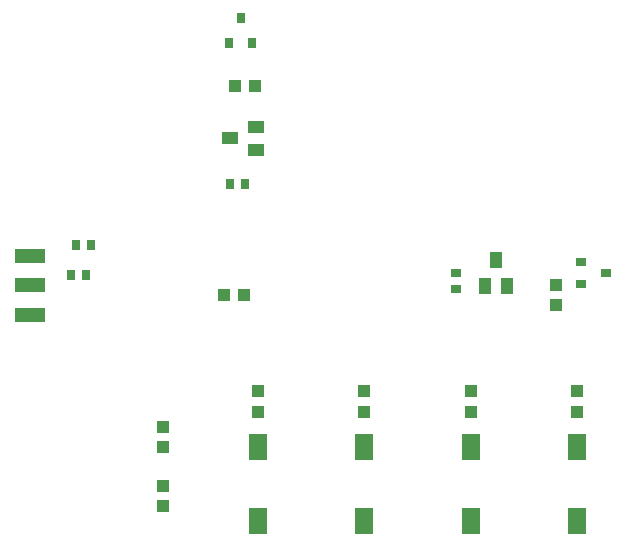
<source format=gbr>
G04 EAGLE Gerber RS-274X export*
G75*
%MOMM*%
%FSLAX34Y34*%
%LPD*%
%INSolderpaste Top*%
%IPPOS*%
%AMOC8*
5,1,8,0,0,1.08239X$1,22.5*%
G01*
%ADD10R,1.000000X1.400000*%
%ADD11R,0.900000X0.800000*%
%ADD12R,1.400000X1.000000*%
%ADD13R,0.800000X0.900000*%
%ADD14R,0.900000X0.700000*%
%ADD15R,0.700000X0.900000*%
%ADD16R,1.000000X1.100000*%
%ADD17R,1.100000X1.000000*%
%ADD18R,2.500000X1.200000*%
%ADD19R,1.600000X2.300000*%


D10*
X761400Y210100D03*
X770900Y188100D03*
X751900Y188100D03*
D11*
X833400Y208100D03*
X833400Y189100D03*
X854400Y198600D03*
D12*
X536100Y312800D03*
X558100Y322300D03*
X558100Y303300D03*
D13*
X535700Y393400D03*
X554700Y393400D03*
X545200Y414400D03*
D14*
X727400Y185500D03*
X727400Y198500D03*
D15*
X548900Y273900D03*
X535900Y273900D03*
D16*
X557600Y357400D03*
X540600Y357400D03*
D17*
X812600Y188400D03*
X812600Y171400D03*
D15*
X414800Y197400D03*
X401800Y197400D03*
X406000Y222600D03*
X419000Y222600D03*
D18*
X366700Y163200D03*
X366700Y188200D03*
X366700Y213200D03*
D17*
X830000Y81500D03*
X830000Y98500D03*
D16*
X548500Y180000D03*
X531500Y180000D03*
D17*
X740000Y81500D03*
X740000Y98500D03*
D19*
X830000Y-11500D03*
X830000Y51500D03*
X740000Y-11500D03*
X740000Y51500D03*
D17*
X650000Y81500D03*
X650000Y98500D03*
X560000Y81500D03*
X560000Y98500D03*
D19*
X650000Y-11500D03*
X650000Y51500D03*
X560000Y-11500D03*
X560000Y51500D03*
D17*
X480000Y1500D03*
X480000Y18500D03*
X480000Y51500D03*
X480000Y68500D03*
M02*

</source>
